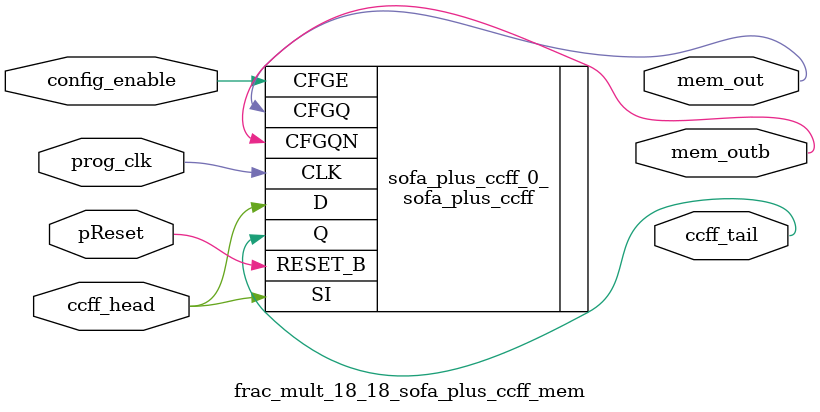
<source format=v>
`timescale 1ns / 1ps


// ----- Verilog module for mux_tree_tapbuf_size16_mem -----
module mux_tree_tapbuf_size16_mem(config_enable,
                                  pReset,
                                  prog_clk,
                                  ccff_head,
                                  ccff_tail,
                                  mem_out,
                                  mem_outb);
//----- GLOBAL PORTS -----
input [0:0] config_enable;
//----- GLOBAL PORTS -----
input [0:0] pReset;
//----- GLOBAL PORTS -----
input [0:0] prog_clk;
//----- INPUT PORTS -----
input [0:0] ccff_head;
//----- OUTPUT PORTS -----
output [0:0] ccff_tail;
//----- OUTPUT PORTS -----
output [0:4] mem_out;
//----- OUTPUT PORTS -----
output [0:4] mem_outb;

//----- BEGIN wire-connection ports -----
//----- END wire-connection ports -----


//----- BEGIN Registered ports -----
//----- END Registered ports -----


wire [0:0] sofa_plus_ccff_0_Q;
wire [0:0] sofa_plus_ccff_1_Q;
wire [0:0] sofa_plus_ccff_2_Q;
wire [0:0] sofa_plus_ccff_3_Q;

// ----- BEGIN Local short connections -----
// ----- END Local short connections -----
// ----- BEGIN Local output short connections -----
// ----- END Local output short connections -----

	sofa_plus_ccff sofa_plus_ccff_0_ (
		.CFGE(config_enable),
		.RESET_B(pReset),
		.CLK(prog_clk),
		.D(ccff_head),
		.SI(ccff_head),
		.Q(sofa_plus_ccff_0_Q),
		.CFGQN(mem_outb[0]),
		.CFGQ(mem_out[0]));

	sofa_plus_ccff sofa_plus_ccff_1_ (
		.CFGE(config_enable),
		.RESET_B(pReset),
		.CLK(prog_clk),
		.D(sofa_plus_ccff_0_Q),
		.SI(sofa_plus_ccff_0_Q),
		.Q(sofa_plus_ccff_1_Q),
		.CFGQN(mem_outb[1]),
		.CFGQ(mem_out[1]));

	sofa_plus_ccff sofa_plus_ccff_2_ (
		.CFGE(config_enable),
		.RESET_B(pReset),
		.CLK(prog_clk),
		.D(sofa_plus_ccff_1_Q),
		.SI(sofa_plus_ccff_1_Q),
		.Q(sofa_plus_ccff_2_Q),
		.CFGQN(mem_outb[2]),
		.CFGQ(mem_out[2]));

	sofa_plus_ccff sofa_plus_ccff_3_ (
		.CFGE(config_enable),
		.RESET_B(pReset),
		.CLK(prog_clk),
		.D(sofa_plus_ccff_2_Q),
		.SI(sofa_plus_ccff_2_Q),
		.Q(sofa_plus_ccff_3_Q),
		.CFGQN(mem_outb[3]),
		.CFGQ(mem_out[3]));

	sofa_plus_ccff sofa_plus_ccff_4_ (
		.CFGE(config_enable),
		.RESET_B(pReset),
		.CLK(prog_clk),
		.D(sofa_plus_ccff_3_Q),
		.SI(sofa_plus_ccff_3_Q),
		.Q(ccff_tail),
		.CFGQN(mem_outb[4]),
		.CFGQ(mem_out[4]));

endmodule
// ----- END Verilog module for mux_tree_tapbuf_size16_mem -----

//----- Default net type -----
// `default_nettype none




//----- Default net type -----
// `default_nettype none

// ----- Verilog module for mux_tree_tapbuf_size3_mem -----
module mux_tree_tapbuf_size3_mem(config_enable,
                                 pReset,
                                 prog_clk,
                                 ccff_head,
                                 ccff_tail,
                                 mem_out,
                                 mem_outb);
//----- GLOBAL PORTS -----
input [0:0] config_enable;
//----- GLOBAL PORTS -----
input [0:0] pReset;
//----- GLOBAL PORTS -----
input [0:0] prog_clk;
//----- INPUT PORTS -----
input [0:0] ccff_head;
//----- OUTPUT PORTS -----
output [0:0] ccff_tail;
//----- OUTPUT PORTS -----
output [0:1] mem_out;
//----- OUTPUT PORTS -----
output [0:1] mem_outb;

//----- BEGIN wire-connection ports -----
//----- END wire-connection ports -----


//----- BEGIN Registered ports -----
//----- END Registered ports -----


wire [0:0] sofa_plus_ccff_0_Q;

// ----- BEGIN Local short connections -----
// ----- END Local short connections -----
// ----- BEGIN Local output short connections -----
// ----- END Local output short connections -----

	sofa_plus_ccff sofa_plus_ccff_0_ (
		.CFGE(config_enable),
		.RESET_B(pReset),
		.CLK(prog_clk),
		.D(ccff_head),
		.SI(ccff_head),
		.Q(sofa_plus_ccff_0_Q),
		.CFGQN(mem_outb[0]),
		.CFGQ(mem_out[0]));

	sofa_plus_ccff sofa_plus_ccff_1_ (
		.CFGE(config_enable),
		.RESET_B(pReset),
		.CLK(prog_clk),
		.D(sofa_plus_ccff_0_Q),
		.SI(sofa_plus_ccff_0_Q),
		.Q(ccff_tail),
		.CFGQN(mem_outb[1]),
		.CFGQ(mem_out[1]));

endmodule
// ----- END Verilog module for mux_tree_tapbuf_size3_mem -----

//----- Default net type -----
// `default_nettype none




//----- Default net type -----
// `default_nettype none

// ----- Verilog module for mux_tree_tapbuf_size7_mem -----
module mux_tree_tapbuf_size7_mem(config_enable,
                                 pReset,
                                 prog_clk,
                                 ccff_head,
                                 ccff_tail,
                                 mem_out,
                                 mem_outb);
//----- GLOBAL PORTS -----
input [0:0] config_enable;
//----- GLOBAL PORTS -----
input [0:0] pReset;
//----- GLOBAL PORTS -----
input [0:0] prog_clk;
//----- INPUT PORTS -----
input [0:0] ccff_head;
//----- OUTPUT PORTS -----
output [0:0] ccff_tail;
//----- OUTPUT PORTS -----
output [0:2] mem_out;
//----- OUTPUT PORTS -----
output [0:2] mem_outb;

//----- BEGIN wire-connection ports -----
//----- END wire-connection ports -----


//----- BEGIN Registered ports -----
//----- END Registered ports -----


wire [0:0] sofa_plus_ccff_0_Q;
wire [0:0] sofa_plus_ccff_1_Q;

// ----- BEGIN Local short connections -----
// ----- END Local short connections -----
// ----- BEGIN Local output short connections -----
// ----- END Local output short connections -----

	sofa_plus_ccff sofa_plus_ccff_0_ (
		.CFGE(config_enable),
		.RESET_B(pReset),
		.CLK(prog_clk),
		.D(ccff_head),
		.SI(ccff_head),
		.Q(sofa_plus_ccff_0_Q),
		.CFGQN(mem_outb[0]),
		.CFGQ(mem_out[0]));

	sofa_plus_ccff sofa_plus_ccff_1_ (
		.CFGE(config_enable),
		.RESET_B(pReset),
		.CLK(prog_clk),
		.D(sofa_plus_ccff_0_Q),
		.SI(sofa_plus_ccff_0_Q),
		.Q(sofa_plus_ccff_1_Q),
		.CFGQN(mem_outb[1]),
		.CFGQ(mem_out[1]));

	sofa_plus_ccff sofa_plus_ccff_2_ (
		.CFGE(config_enable),
		.RESET_B(pReset),
		.CLK(prog_clk),
		.D(sofa_plus_ccff_1_Q),
		.SI(sofa_plus_ccff_1_Q),
		.Q(ccff_tail),
		.CFGQN(mem_outb[2]),
		.CFGQ(mem_out[2]));

endmodule
// ----- END Verilog module for mux_tree_tapbuf_size7_mem -----

//----- Default net type -----
// `default_nettype none




//----- Default net type -----
// `default_nettype none

// ----- Verilog module for mux_tree_tapbuf_size6_mem -----
module mux_tree_tapbuf_size6_mem(config_enable,
                                 pReset,
                                 prog_clk,
                                 ccff_head,
                                 ccff_tail,
                                 mem_out,
                                 mem_outb);
//----- GLOBAL PORTS -----
input [0:0] config_enable;
//----- GLOBAL PORTS -----
input [0:0] pReset;
//----- GLOBAL PORTS -----
input [0:0] prog_clk;
//----- INPUT PORTS -----
input [0:0] ccff_head;
//----- OUTPUT PORTS -----
output [0:0] ccff_tail;
//----- OUTPUT PORTS -----
output [0:2] mem_out;
//----- OUTPUT PORTS -----
output [0:2] mem_outb;

//----- BEGIN wire-connection ports -----
//----- END wire-connection ports -----


//----- BEGIN Registered ports -----
//----- END Registered ports -----


wire [0:0] sofa_plus_ccff_0_Q;
wire [0:0] sofa_plus_ccff_1_Q;

// ----- BEGIN Local short connections -----
// ----- END Local short connections -----
// ----- BEGIN Local output short connections -----
// ----- END Local output short connections -----

	sofa_plus_ccff sofa_plus_ccff_0_ (
		.CFGE(config_enable),
		.RESET_B(pReset),
		.CLK(prog_clk),
		.D(ccff_head),
		.SI(ccff_head),
		.Q(sofa_plus_ccff_0_Q),
		.CFGQN(mem_outb[0]),
		.CFGQ(mem_out[0]));

	sofa_plus_ccff sofa_plus_ccff_1_ (
		.CFGE(config_enable),
		.RESET_B(pReset),
		.CLK(prog_clk),
		.D(sofa_plus_ccff_0_Q),
		.SI(sofa_plus_ccff_0_Q),
		.Q(sofa_plus_ccff_1_Q),
		.CFGQN(mem_outb[1]),
		.CFGQ(mem_out[1]));

	sofa_plus_ccff sofa_plus_ccff_2_ (
		.CFGE(config_enable),
		.RESET_B(pReset),
		.CLK(prog_clk),
		.D(sofa_plus_ccff_1_Q),
		.SI(sofa_plus_ccff_1_Q),
		.Q(ccff_tail),
		.CFGQN(mem_outb[2]),
		.CFGQ(mem_out[2]));

endmodule
// ----- END Verilog module for mux_tree_tapbuf_size6_mem -----

//----- Default net type -----
// `default_nettype none




//----- Default net type -----
// `default_nettype none

// ----- Verilog module for mux_tree_tapbuf_size2_mem -----
module mux_tree_tapbuf_size2_mem(config_enable,
                                 pReset,
                                 prog_clk,
                                 ccff_head,
                                 ccff_tail,
                                 mem_out,
                                 mem_outb);
//----- GLOBAL PORTS -----
input [0:0] config_enable;
//----- GLOBAL PORTS -----
input [0:0] pReset;
//----- GLOBAL PORTS -----
input [0:0] prog_clk;
//----- INPUT PORTS -----
input [0:0] ccff_head;
//----- OUTPUT PORTS -----
output [0:0] ccff_tail;
//----- OUTPUT PORTS -----
output [0:1] mem_out;
//----- OUTPUT PORTS -----
output [0:1] mem_outb;

//----- BEGIN wire-connection ports -----
//----- END wire-connection ports -----


//----- BEGIN Registered ports -----
//----- END Registered ports -----


wire [0:0] sofa_plus_ccff_0_Q;

// ----- BEGIN Local short connections -----
// ----- END Local short connections -----
// ----- BEGIN Local output short connections -----
// ----- END Local output short connections -----

	sofa_plus_ccff sofa_plus_ccff_0_ (
		.CFGE(config_enable),
		.RESET_B(pReset),
		.CLK(prog_clk),
		.D(ccff_head),
		.SI(ccff_head),
		.Q(sofa_plus_ccff_0_Q),
		.CFGQN(mem_outb[0]),
		.CFGQ(mem_out[0]));

	sofa_plus_ccff sofa_plus_ccff_1_ (
		.CFGE(config_enable),
		.RESET_B(pReset),
		.CLK(prog_clk),
		.D(sofa_plus_ccff_0_Q),
		.SI(sofa_plus_ccff_0_Q),
		.Q(ccff_tail),
		.CFGQN(mem_outb[1]),
		.CFGQ(mem_out[1]));

endmodule
// ----- END Verilog module for mux_tree_tapbuf_size2_mem -----

//----- Default net type -----
// `default_nettype none




//----- Default net type -----
// `default_nettype none

// ----- Verilog module for mux_tree_tapbuf_size5_mem -----
module mux_tree_tapbuf_size5_mem(config_enable,
                                 pReset,
                                 prog_clk,
                                 ccff_head,
                                 ccff_tail,
                                 mem_out,
                                 mem_outb);
//----- GLOBAL PORTS -----
input [0:0] config_enable;
//----- GLOBAL PORTS -----
input [0:0] pReset;
//----- GLOBAL PORTS -----
input [0:0] prog_clk;
//----- INPUT PORTS -----
input [0:0] ccff_head;
//----- OUTPUT PORTS -----
output [0:0] ccff_tail;
//----- OUTPUT PORTS -----
output [0:2] mem_out;
//----- OUTPUT PORTS -----
output [0:2] mem_outb;

//----- BEGIN wire-connection ports -----
//----- END wire-connection ports -----


//----- BEGIN Registered ports -----
//----- END Registered ports -----


wire [0:0] sofa_plus_ccff_0_Q;
wire [0:0] sofa_plus_ccff_1_Q;

// ----- BEGIN Local short connections -----
// ----- END Local short connections -----
// ----- BEGIN Local output short connections -----
// ----- END Local output short connections -----

	sofa_plus_ccff sofa_plus_ccff_0_ (
		.CFGE(config_enable),
		.RESET_B(pReset),
		.CLK(prog_clk),
		.D(ccff_head),
		.SI(ccff_head),
		.Q(sofa_plus_ccff_0_Q),
		.CFGQN(mem_outb[0]),
		.CFGQ(mem_out[0]));

	sofa_plus_ccff sofa_plus_ccff_1_ (
		.CFGE(config_enable),
		.RESET_B(pReset),
		.CLK(prog_clk),
		.D(sofa_plus_ccff_0_Q),
		.SI(sofa_plus_ccff_0_Q),
		.Q(sofa_plus_ccff_1_Q),
		.CFGQN(mem_outb[1]),
		.CFGQ(mem_out[1]));

	sofa_plus_ccff sofa_plus_ccff_2_ (
		.CFGE(config_enable),
		.RESET_B(pReset),
		.CLK(prog_clk),
		.D(sofa_plus_ccff_1_Q),
		.SI(sofa_plus_ccff_1_Q),
		.Q(ccff_tail),
		.CFGQN(mem_outb[2]),
		.CFGQ(mem_out[2]));

endmodule
// ----- END Verilog module for mux_tree_tapbuf_size5_mem -----

//----- Default net type -----
// `default_nettype none




//----- Default net type -----
// `default_nettype none

// ----- Verilog module for mux_tree_tapbuf_size8_mem -----
module mux_tree_tapbuf_size8_mem(config_enable,
                                 pReset,
                                 prog_clk,
                                 ccff_head,
                                 ccff_tail,
                                 mem_out,
                                 mem_outb);
//----- GLOBAL PORTS -----
input [0:0] config_enable;
//----- GLOBAL PORTS -----
input [0:0] pReset;
//----- GLOBAL PORTS -----
input [0:0] prog_clk;
//----- INPUT PORTS -----
input [0:0] ccff_head;
//----- OUTPUT PORTS -----
output [0:0] ccff_tail;
//----- OUTPUT PORTS -----
output [0:3] mem_out;
//----- OUTPUT PORTS -----
output [0:3] mem_outb;

//----- BEGIN wire-connection ports -----
//----- END wire-connection ports -----


//----- BEGIN Registered ports -----
//----- END Registered ports -----


wire [0:0] sofa_plus_ccff_0_Q;
wire [0:0] sofa_plus_ccff_1_Q;
wire [0:0] sofa_plus_ccff_2_Q;

// ----- BEGIN Local short connections -----
// ----- END Local short connections -----
// ----- BEGIN Local output short connections -----
// ----- END Local output short connections -----

	sofa_plus_ccff sofa_plus_ccff_0_ (
		.CFGE(config_enable),
		.RESET_B(pReset),
		.CLK(prog_clk),
		.D(ccff_head),
		.SI(ccff_head),
		.Q(sofa_plus_ccff_0_Q),
		.CFGQN(mem_outb[0]),
		.CFGQ(mem_out[0]));

	sofa_plus_ccff sofa_plus_ccff_1_ (
		.CFGE(config_enable),
		.RESET_B(pReset),
		.CLK(prog_clk),
		.D(sofa_plus_ccff_0_Q),
		.SI(sofa_plus_ccff_0_Q),
		.Q(sofa_plus_ccff_1_Q),
		.CFGQN(mem_outb[1]),
		.CFGQ(mem_out[1]));

	sofa_plus_ccff sofa_plus_ccff_2_ (
		.CFGE(config_enable),
		.RESET_B(pReset),
		.CLK(prog_clk),
		.D(sofa_plus_ccff_1_Q),
		.SI(sofa_plus_ccff_1_Q),
		.Q(sofa_plus_ccff_2_Q),
		.CFGQN(mem_outb[2]),
		.CFGQ(mem_out[2]));

	sofa_plus_ccff sofa_plus_ccff_3_ (
		.CFGE(config_enable),
		.RESET_B(pReset),
		.CLK(prog_clk),
		.D(sofa_plus_ccff_2_Q),
		.SI(sofa_plus_ccff_2_Q),
		.Q(ccff_tail),
		.CFGQN(mem_outb[3]),
		.CFGQ(mem_out[3]));

endmodule
// ----- END Verilog module for mux_tree_tapbuf_size8_mem -----

//----- Default net type -----
// `default_nettype none




//----- Default net type -----
// `default_nettype none

// ----- Verilog module for mux_tree_tapbuf_size4_mem -----
module mux_tree_tapbuf_size4_mem(config_enable,
                                 pReset,
                                 prog_clk,
                                 ccff_head,
                                 ccff_tail,
                                 mem_out,
                                 mem_outb);
//----- GLOBAL PORTS -----
input [0:0] config_enable;
//----- GLOBAL PORTS -----
input [0:0] pReset;
//----- GLOBAL PORTS -----
input [0:0] prog_clk;
//----- INPUT PORTS -----
input [0:0] ccff_head;
//----- OUTPUT PORTS -----
output [0:0] ccff_tail;
//----- OUTPUT PORTS -----
output [0:2] mem_out;
//----- OUTPUT PORTS -----
output [0:2] mem_outb;

//----- BEGIN wire-connection ports -----
//----- END wire-connection ports -----


//----- BEGIN Registered ports -----
//----- END Registered ports -----


wire [0:0] sofa_plus_ccff_0_Q;
wire [0:0] sofa_plus_ccff_1_Q;

// ----- BEGIN Local short connections -----
// ----- END Local short connections -----
// ----- BEGIN Local output short connections -----
// ----- END Local output short connections -----

	sofa_plus_ccff sofa_plus_ccff_0_ (
		.CFGE(config_enable),
		.RESET_B(pReset),
		.CLK(prog_clk),
		.D(ccff_head),
		.SI(ccff_head),
		.Q(sofa_plus_ccff_0_Q),
		.CFGQN(mem_outb[0]),
		.CFGQ(mem_out[0]));

	sofa_plus_ccff sofa_plus_ccff_1_ (
		.CFGE(config_enable),
		.RESET_B(pReset),
		.CLK(prog_clk),
		.D(sofa_plus_ccff_0_Q),
		.SI(sofa_plus_ccff_0_Q),
		.Q(sofa_plus_ccff_1_Q),
		.CFGQN(mem_outb[1]),
		.CFGQ(mem_out[1]));

	sofa_plus_ccff sofa_plus_ccff_2_ (
		.CFGE(config_enable),
		.RESET_B(pReset),
		.CLK(prog_clk),
		.D(sofa_plus_ccff_1_Q),
		.SI(sofa_plus_ccff_1_Q),
		.Q(ccff_tail),
		.CFGQN(mem_outb[2]),
		.CFGQ(mem_out[2]));

endmodule
// ----- END Verilog module for mux_tree_tapbuf_size4_mem -----

//----- Default net type -----
// `default_nettype none




//----- Default net type -----
// `default_nettype none

// ----- Verilog module for mux_tree_tapbuf_size13_mem -----
module mux_tree_tapbuf_size13_mem(config_enable,
                                  pReset,
                                  prog_clk,
                                  ccff_head,
                                  ccff_tail,
                                  mem_out,
                                  mem_outb);
//----- GLOBAL PORTS -----
input [0:0] config_enable;
//----- GLOBAL PORTS -----
input [0:0] pReset;
//----- GLOBAL PORTS -----
input [0:0] prog_clk;
//----- INPUT PORTS -----
input [0:0] ccff_head;
//----- OUTPUT PORTS -----
output [0:0] ccff_tail;
//----- OUTPUT PORTS -----
output [0:3] mem_out;
//----- OUTPUT PORTS -----
output [0:3] mem_outb;

//----- BEGIN wire-connection ports -----
//----- END wire-connection ports -----


//----- BEGIN Registered ports -----
//----- END Registered ports -----


wire [0:0] sofa_plus_ccff_0_Q;
wire [0:0] sofa_plus_ccff_1_Q;
wire [0:0] sofa_plus_ccff_2_Q;

// ----- BEGIN Local short connections -----
// ----- END Local short connections -----
// ----- BEGIN Local output short connections -----
// ----- END Local output short connections -----

	sofa_plus_ccff sofa_plus_ccff_0_ (
		.CFGE(config_enable),
		.RESET_B(pReset),
		.CLK(prog_clk),
		.D(ccff_head),
		.SI(ccff_head),
		.Q(sofa_plus_ccff_0_Q),
		.CFGQN(mem_outb[0]),
		.CFGQ(mem_out[0]));

	sofa_plus_ccff sofa_plus_ccff_1_ (
		.CFGE(config_enable),
		.RESET_B(pReset),
		.CLK(prog_clk),
		.D(sofa_plus_ccff_0_Q),
		.SI(sofa_plus_ccff_0_Q),
		.Q(sofa_plus_ccff_1_Q),
		.CFGQN(mem_outb[1]),
		.CFGQ(mem_out[1]));

	sofa_plus_ccff sofa_plus_ccff_2_ (
		.CFGE(config_enable),
		.RESET_B(pReset),
		.CLK(prog_clk),
		.D(sofa_plus_ccff_1_Q),
		.SI(sofa_plus_ccff_1_Q),
		.Q(sofa_plus_ccff_2_Q),
		.CFGQN(mem_outb[2]),
		.CFGQ(mem_out[2]));

	sofa_plus_ccff sofa_plus_ccff_3_ (
		.CFGE(config_enable),
		.RESET_B(pReset),
		.CLK(prog_clk),
		.D(sofa_plus_ccff_2_Q),
		.SI(sofa_plus_ccff_2_Q),
		.Q(ccff_tail),
		.CFGQN(mem_outb[3]),
		.CFGQ(mem_out[3]));

endmodule
// ----- END Verilog module for mux_tree_tapbuf_size13_mem -----

//----- Default net type -----
// `default_nettype none




//----- Default net type -----
// `default_nettype none

// ----- Verilog module for mux_tree_tapbuf_size14_mem -----
module mux_tree_tapbuf_size14_mem(config_enable,
                                  pReset,
                                  prog_clk,
                                  ccff_head,
                                  ccff_tail,
                                  mem_out,
                                  mem_outb);
//----- GLOBAL PORTS -----
input [0:0] config_enable;
//----- GLOBAL PORTS -----
input [0:0] pReset;
//----- GLOBAL PORTS -----
input [0:0] prog_clk;
//----- INPUT PORTS -----
input [0:0] ccff_head;
//----- OUTPUT PORTS -----
output [0:0] ccff_tail;
//----- OUTPUT PORTS -----
output [0:3] mem_out;
//----- OUTPUT PORTS -----
output [0:3] mem_outb;

//----- BEGIN wire-connection ports -----
//----- END wire-connection ports -----


//----- BEGIN Registered ports -----
//----- END Registered ports -----


wire [0:0] sofa_plus_ccff_0_Q;
wire [0:0] sofa_plus_ccff_1_Q;
wire [0:0] sofa_plus_ccff_2_Q;

// ----- BEGIN Local short connections -----
// ----- END Local short connections -----
// ----- BEGIN Local output short connections -----
// ----- END Local output short connections -----

	sofa_plus_ccff sofa_plus_ccff_0_ (
		.CFGE(config_enable),
		.RESET_B(pReset),
		.CLK(prog_clk),
		.D(ccff_head),
		.SI(ccff_head),
		.Q(sofa_plus_ccff_0_Q),
		.CFGQN(mem_outb[0]),
		.CFGQ(mem_out[0]));

	sofa_plus_ccff sofa_plus_ccff_1_ (
		.CFGE(config_enable),
		.RESET_B(pReset),
		.CLK(prog_clk),
		.D(sofa_plus_ccff_0_Q),
		.SI(sofa_plus_ccff_0_Q),
		.Q(sofa_plus_ccff_1_Q),
		.CFGQN(mem_outb[1]),
		.CFGQ(mem_out[1]));

	sofa_plus_ccff sofa_plus_ccff_2_ (
		.CFGE(config_enable),
		.RESET_B(pReset),
		.CLK(prog_clk),
		.D(sofa_plus_ccff_1_Q),
		.SI(sofa_plus_ccff_1_Q),
		.Q(sofa_plus_ccff_2_Q),
		.CFGQN(mem_outb[2]),
		.CFGQ(mem_out[2]));

	sofa_plus_ccff sofa_plus_ccff_3_ (
		.CFGE(config_enable),
		.RESET_B(pReset),
		.CLK(prog_clk),
		.D(sofa_plus_ccff_2_Q),
		.SI(sofa_plus_ccff_2_Q),
		.Q(ccff_tail),
		.CFGQN(mem_outb[3]),
		.CFGQ(mem_out[3]));

endmodule
// ----- END Verilog module for mux_tree_tapbuf_size14_mem -----

//----- Default net type -----
// `default_nettype none




//----- Default net type -----
// `default_nettype none

// ----- Verilog module for mux_tree_tapbuf_size12_mem -----
module mux_tree_tapbuf_size12_mem(config_enable,
                                  pReset,
                                  prog_clk,
                                  ccff_head,
                                  ccff_tail,
                                  mem_out,
                                  mem_outb);
//----- GLOBAL PORTS -----
input [0:0] config_enable;
//----- GLOBAL PORTS -----
input [0:0] pReset;
//----- GLOBAL PORTS -----
input [0:0] prog_clk;
//----- INPUT PORTS -----
input [0:0] ccff_head;
//----- OUTPUT PORTS -----
output [0:0] ccff_tail;
//----- OUTPUT PORTS -----
output [0:3] mem_out;
//----- OUTPUT PORTS -----
output [0:3] mem_outb;

//----- BEGIN wire-connection ports -----
//----- END wire-connection ports -----


//----- BEGIN Registered ports -----
//----- END Registered ports -----


wire [0:0] sofa_plus_ccff_0_Q;
wire [0:0] sofa_plus_ccff_1_Q;
wire [0:0] sofa_plus_ccff_2_Q;

// ----- BEGIN Local short connections -----
// ----- END Local short connections -----
// ----- BEGIN Local output short connections -----
// ----- END Local output short connections -----

	sofa_plus_ccff sofa_plus_ccff_0_ (
		.CFGE(config_enable),
		.RESET_B(pReset),
		.CLK(prog_clk),
		.D(ccff_head),
		.SI(ccff_head),
		.Q(sofa_plus_ccff_0_Q),
		.CFGQN(mem_outb[0]),
		.CFGQ(mem_out[0]));

	sofa_plus_ccff sofa_plus_ccff_1_ (
		.CFGE(config_enable),
		.RESET_B(pReset),
		.CLK(prog_clk),
		.D(sofa_plus_ccff_0_Q),
		.SI(sofa_plus_ccff_0_Q),
		.Q(sofa_plus_ccff_1_Q),
		.CFGQN(mem_outb[1]),
		.CFGQ(mem_out[1]));

	sofa_plus_ccff sofa_plus_ccff_2_ (
		.CFGE(config_enable),
		.RESET_B(pReset),
		.CLK(prog_clk),
		.D(sofa_plus_ccff_1_Q),
		.SI(sofa_plus_ccff_1_Q),
		.Q(sofa_plus_ccff_2_Q),
		.CFGQN(mem_outb[2]),
		.CFGQ(mem_out[2]));

	sofa_plus_ccff sofa_plus_ccff_3_ (
		.CFGE(config_enable),
		.RESET_B(pReset),
		.CLK(prog_clk),
		.D(sofa_plus_ccff_2_Q),
		.SI(sofa_plus_ccff_2_Q),
		.Q(ccff_tail),
		.CFGQN(mem_outb[3]),
		.CFGQ(mem_out[3]));

endmodule
// ----- END Verilog module for mux_tree_tapbuf_size12_mem -----

//----- Default net type -----
// `default_nettype none




//----- Default net type -----
// `default_nettype none

// ----- Verilog module for mux_tree_tapbuf_size9_mem -----
module mux_tree_tapbuf_size9_mem(config_enable,
                                 pReset,
                                 prog_clk,
                                 ccff_head,
                                 ccff_tail,
                                 mem_out,
                                 mem_outb);
//----- GLOBAL PORTS -----
input [0:0] config_enable;
//----- GLOBAL PORTS -----
input [0:0] pReset;
//----- GLOBAL PORTS -----
input [0:0] prog_clk;
//----- INPUT PORTS -----
input [0:0] ccff_head;
//----- OUTPUT PORTS -----
output [0:0] ccff_tail;
//----- OUTPUT PORTS -----
output [0:3] mem_out;
//----- OUTPUT PORTS -----
output [0:3] mem_outb;

//----- BEGIN wire-connection ports -----
//----- END wire-connection ports -----


//----- BEGIN Registered ports -----
//----- END Registered ports -----


wire [0:0] sofa_plus_ccff_0_Q;
wire [0:0] sofa_plus_ccff_1_Q;
wire [0:0] sofa_plus_ccff_2_Q;

// ----- BEGIN Local short connections -----
// ----- END Local short connections -----
// ----- BEGIN Local output short connections -----
// ----- END Local output short connections -----

	sofa_plus_ccff sofa_plus_ccff_0_ (
		.CFGE(config_enable),
		.RESET_B(pReset),
		.CLK(prog_clk),
		.D(ccff_head),
		.SI(ccff_head),
		.Q(sofa_plus_ccff_0_Q),
		.CFGQN(mem_outb[0]),
		.CFGQ(mem_out[0]));

	sofa_plus_ccff sofa_plus_ccff_1_ (
		.CFGE(config_enable),
		.RESET_B(pReset),
		.CLK(prog_clk),
		.D(sofa_plus_ccff_0_Q),
		.SI(sofa_plus_ccff_0_Q),
		.Q(sofa_plus_ccff_1_Q),
		.CFGQN(mem_outb[1]),
		.CFGQ(mem_out[1]));

	sofa_plus_ccff sofa_plus_ccff_2_ (
		.CFGE(config_enable),
		.RESET_B(pReset),
		.CLK(prog_clk),
		.D(sofa_plus_ccff_1_Q),
		.SI(sofa_plus_ccff_1_Q),
		.Q(sofa_plus_ccff_2_Q),
		.CFGQN(mem_outb[2]),
		.CFGQ(mem_out[2]));

	sofa_plus_ccff sofa_plus_ccff_3_ (
		.CFGE(config_enable),
		.RESET_B(pReset),
		.CLK(prog_clk),
		.D(sofa_plus_ccff_2_Q),
		.SI(sofa_plus_ccff_2_Q),
		.Q(ccff_tail),
		.CFGQN(mem_outb[3]),
		.CFGQ(mem_out[3]));

endmodule
// ----- END Verilog module for mux_tree_tapbuf_size9_mem -----

//----- Default net type -----
// `default_nettype none




//----- Default net type -----
// `default_nettype none

// ----- Verilog module for mux_tree_tapbuf_size10_mem -----
module mux_tree_tapbuf_size10_mem(config_enable,
                                  pReset,
                                  prog_clk,
                                  ccff_head,
                                  ccff_tail,
                                  mem_out,
                                  mem_outb);
//----- GLOBAL PORTS -----
input [0:0] config_enable;
//----- GLOBAL PORTS -----
input [0:0] pReset;
//----- GLOBAL PORTS -----
input [0:0] prog_clk;
//----- INPUT PORTS -----
input [0:0] ccff_head;
//----- OUTPUT PORTS -----
output [0:0] ccff_tail;
//----- OUTPUT PORTS -----
output [0:3] mem_out;
//----- OUTPUT PORTS -----
output [0:3] mem_outb;

//----- BEGIN wire-connection ports -----
//----- END wire-connection ports -----


//----- BEGIN Registered ports -----
//----- END Registered ports -----


wire [0:0] sofa_plus_ccff_0_Q;
wire [0:0] sofa_plus_ccff_1_Q;
wire [0:0] sofa_plus_ccff_2_Q;

// ----- BEGIN Local short connections -----
// ----- END Local short connections -----
// ----- BEGIN Local output short connections -----
// ----- END Local output short connections -----

	sofa_plus_ccff sofa_plus_ccff_0_ (
		.CFGE(config_enable),
		.RESET_B(pReset),
		.CLK(prog_clk),
		.D(ccff_head),
		.SI(ccff_head),
		.Q(sofa_plus_ccff_0_Q),
		.CFGQN(mem_outb[0]),
		.CFGQ(mem_out[0]));

	sofa_plus_ccff sofa_plus_ccff_1_ (
		.CFGE(config_enable),
		.RESET_B(pReset),
		.CLK(prog_clk),
		.D(sofa_plus_ccff_0_Q),
		.SI(sofa_plus_ccff_0_Q),
		.Q(sofa_plus_ccff_1_Q),
		.CFGQN(mem_outb[1]),
		.CFGQ(mem_out[1]));

	sofa_plus_ccff sofa_plus_ccff_2_ (
		.CFGE(config_enable),
		.RESET_B(pReset),
		.CLK(prog_clk),
		.D(sofa_plus_ccff_1_Q),
		.SI(sofa_plus_ccff_1_Q),
		.Q(sofa_plus_ccff_2_Q),
		.CFGQN(mem_outb[2]),
		.CFGQ(mem_out[2]));

	sofa_plus_ccff sofa_plus_ccff_3_ (
		.CFGE(config_enable),
		.RESET_B(pReset),
		.CLK(prog_clk),
		.D(sofa_plus_ccff_2_Q),
		.SI(sofa_plus_ccff_2_Q),
		.Q(ccff_tail),
		.CFGQN(mem_outb[3]),
		.CFGQ(mem_out[3]));

endmodule
// ----- END Verilog module for mux_tree_tapbuf_size10_mem -----

//----- Default net type -----
// `default_nettype none




//----- Default net type -----
// `default_nettype none

// ----- Verilog module for mux_tree_size26_mem -----
module mux_tree_size26_mem(config_enable,
                           pReset,
                           prog_clk,
                           ccff_head,
                           ccff_tail,
                           mem_out,
                           mem_outb);
//----- GLOBAL PORTS -----
input [0:0] config_enable;
//----- GLOBAL PORTS -----
input [0:0] pReset;
//----- GLOBAL PORTS -----
input [0:0] prog_clk;
//----- INPUT PORTS -----
input [0:0] ccff_head;
//----- OUTPUT PORTS -----
output [0:0] ccff_tail;
//----- OUTPUT PORTS -----
output [0:4] mem_out;
//----- OUTPUT PORTS -----
output [0:4] mem_outb;

//----- BEGIN wire-connection ports -----
//----- END wire-connection ports -----


//----- BEGIN Registered ports -----
//----- END Registered ports -----


wire [0:0] sofa_plus_ccff_0_Q;
wire [0:0] sofa_plus_ccff_1_Q;
wire [0:0] sofa_plus_ccff_2_Q;
wire [0:0] sofa_plus_ccff_3_Q;

// ----- BEGIN Local short connections -----
// ----- END Local short connections -----
// ----- BEGIN Local output short connections -----
// ----- END Local output short connections -----

	sofa_plus_ccff sofa_plus_ccff_0_ (
		.CFGE(config_enable),
		.RESET_B(pReset),
		.CLK(prog_clk),
		.D(ccff_head),
		.SI(ccff_head),
		.Q(sofa_plus_ccff_0_Q),
		.CFGQN(mem_outb[0]),
		.CFGQ(mem_out[0]));

	sofa_plus_ccff sofa_plus_ccff_1_ (
		.CFGE(config_enable),
		.RESET_B(pReset),
		.CLK(prog_clk),
		.D(sofa_plus_ccff_0_Q),
		.SI(sofa_plus_ccff_0_Q),
		.Q(sofa_plus_ccff_1_Q),
		.CFGQN(mem_outb[1]),
		.CFGQ(mem_out[1]));

	sofa_plus_ccff sofa_plus_ccff_2_ (
		.CFGE(config_enable),
		.RESET_B(pReset),
		.CLK(prog_clk),
		.D(sofa_plus_ccff_1_Q),
		.SI(sofa_plus_ccff_1_Q),
		.Q(sofa_plus_ccff_2_Q),
		.CFGQN(mem_outb[2]),
		.CFGQ(mem_out[2]));

	sofa_plus_ccff sofa_plus_ccff_3_ (
		.CFGE(config_enable),
		.RESET_B(pReset),
		.CLK(prog_clk),
		.D(sofa_plus_ccff_2_Q),
		.SI(sofa_plus_ccff_2_Q),
		.Q(sofa_plus_ccff_3_Q),
		.CFGQN(mem_outb[3]),
		.CFGQ(mem_out[3]));

	sofa_plus_ccff sofa_plus_ccff_4_ (
		.CFGE(config_enable),
		.RESET_B(pReset),
		.CLK(prog_clk),
		.D(sofa_plus_ccff_3_Q),
		.SI(sofa_plus_ccff_3_Q),
		.Q(ccff_tail),
		.CFGQN(mem_outb[4]),
		.CFGQ(mem_out[4]));

endmodule
// ----- END Verilog module for mux_tree_size26_mem -----

//----- Default net type -----
// `default_nettype none




//----- Default net type -----
// `default_nettype none

// ----- Verilog module for mux_tree_size2_mem -----
module mux_tree_size2_mem(config_enable,
                          pReset,
                          prog_clk,
                          ccff_head,
                          ccff_tail,
                          mem_out,
                          mem_outb);
//----- GLOBAL PORTS -----
input [0:0] config_enable;
//----- GLOBAL PORTS -----
input [0:0] pReset;
//----- GLOBAL PORTS -----
input [0:0] prog_clk;
//----- INPUT PORTS -----
input [0:0] ccff_head;
//----- OUTPUT PORTS -----
output [0:0] ccff_tail;
//----- OUTPUT PORTS -----
output [0:1] mem_out;
//----- OUTPUT PORTS -----
output [0:1] mem_outb;

//----- BEGIN wire-connection ports -----
//----- END wire-connection ports -----


//----- BEGIN Registered ports -----
//----- END Registered ports -----


wire [0:0] sofa_plus_ccff_0_Q;

// ----- BEGIN Local short connections -----
// ----- END Local short connections -----
// ----- BEGIN Local output short connections -----
// ----- END Local output short connections -----

	sofa_plus_ccff sofa_plus_ccff_0_ (
		.CFGE(config_enable),
		.RESET_B(pReset),
		.CLK(prog_clk),
		.D(ccff_head),
		.SI(ccff_head),
		.Q(sofa_plus_ccff_0_Q),
		.CFGQN(mem_outb[0]),
		.CFGQ(mem_out[0]));

	sofa_plus_ccff sofa_plus_ccff_1_ (
		.CFGE(config_enable),
		.RESET_B(pReset),
		.CLK(prog_clk),
		.D(sofa_plus_ccff_0_Q),
		.SI(sofa_plus_ccff_0_Q),
		.Q(ccff_tail),
		.CFGQN(mem_outb[1]),
		.CFGQ(mem_out[1]));

endmodule
// ----- END Verilog module for mux_tree_size2_mem -----

//----- Default net type -----
// `default_nettype none




//----- Default net type -----
// `default_nettype none

// ----- Verilog module for mux_tree_size18_mem -----
module mux_tree_size18_mem(config_enable,
                           pReset,
                           prog_clk,
                           ccff_head,
                           ccff_tail,
                           mem_out,
                           mem_outb);
//----- GLOBAL PORTS -----
input [0:0] config_enable;
//----- GLOBAL PORTS -----
input [0:0] pReset;
//----- GLOBAL PORTS -----
input [0:0] prog_clk;
//----- INPUT PORTS -----
input [0:0] ccff_head;
//----- OUTPUT PORTS -----
output [0:0] ccff_tail;
//----- OUTPUT PORTS -----
output [0:4] mem_out;
//----- OUTPUT PORTS -----
output [0:4] mem_outb;

//----- BEGIN wire-connection ports -----
//----- END wire-connection ports -----


//----- BEGIN Registered ports -----
//----- END Registered ports -----


wire [0:0] sofa_plus_ccff_0_Q;
wire [0:0] sofa_plus_ccff_1_Q;
wire [0:0] sofa_plus_ccff_2_Q;
wire [0:0] sofa_plus_ccff_3_Q;

// ----- BEGIN Local short connections -----
// ----- END Local short connections -----
// ----- BEGIN Local output short connections -----
// ----- END Local output short connections -----

	sofa_plus_ccff sofa_plus_ccff_0_ (
		.CFGE(config_enable),
		.RESET_B(pReset),
		.CLK(prog_clk),
		.D(ccff_head),
		.SI(ccff_head),
		.Q(sofa_plus_ccff_0_Q),
		.CFGQN(mem_outb[0]),
		.CFGQ(mem_out[0]));

	sofa_plus_ccff sofa_plus_ccff_1_ (
		.CFGE(config_enable),
		.RESET_B(pReset),
		.CLK(prog_clk),
		.D(sofa_plus_ccff_0_Q),
		.SI(sofa_plus_ccff_0_Q),
		.Q(sofa_plus_ccff_1_Q),
		.CFGQN(mem_outb[1]),
		.CFGQ(mem_out[1]));

	sofa_plus_ccff sofa_plus_ccff_2_ (
		.CFGE(config_enable),
		.RESET_B(pReset),
		.CLK(prog_clk),
		.D(sofa_plus_ccff_1_Q),
		.SI(sofa_plus_ccff_1_Q),
		.Q(sofa_plus_ccff_2_Q),
		.CFGQN(mem_outb[2]),
		.CFGQ(mem_out[2]));

	sofa_plus_ccff sofa_plus_ccff_3_ (
		.CFGE(config_enable),
		.RESET_B(pReset),
		.CLK(prog_clk),
		.D(sofa_plus_ccff_2_Q),
		.SI(sofa_plus_ccff_2_Q),
		.Q(sofa_plus_ccff_3_Q),
		.CFGQN(mem_outb[3]),
		.CFGQ(mem_out[3]));

	sofa_plus_ccff sofa_plus_ccff_4_ (
		.CFGE(config_enable),
		.RESET_B(pReset),
		.CLK(prog_clk),
		.D(sofa_plus_ccff_3_Q),
		.SI(sofa_plus_ccff_3_Q),
		.Q(ccff_tail),
		.CFGQN(mem_outb[4]),
		.CFGQ(mem_out[4]));

endmodule
// ----- END Verilog module for mux_tree_size18_mem -----

//----- Default net type -----
// `default_nettype none




//----- Default net type -----
// `default_nettype none

// ----- Verilog module for sofa_plus_dff_sofa_plus_ccff_mem -----
module sofa_plus_dff_sofa_plus_ccff_mem(config_enable,
                                        pReset,
                                        prog_clk,
                                        ccff_head,
                                        ccff_tail,
                                        mem_out,
                                        mem_outb);
//----- GLOBAL PORTS -----
input [0:0] config_enable;
//----- GLOBAL PORTS -----
input [0:0] pReset;
//----- GLOBAL PORTS -----
input [0:0] prog_clk;
//----- INPUT PORTS -----
input [0:0] ccff_head;
//----- OUTPUT PORTS -----
output [0:0] ccff_tail;
//----- OUTPUT PORTS -----
output [0:1] mem_out;
//----- OUTPUT PORTS -----
output [0:1] mem_outb;

//----- BEGIN wire-connection ports -----
//----- END wire-connection ports -----


//----- BEGIN Registered ports -----
//----- END Registered ports -----


wire [0:0] sofa_plus_ccff_0_Q;

// ----- BEGIN Local short connections -----
// ----- END Local short connections -----
// ----- BEGIN Local output short connections -----
// ----- END Local output short connections -----

	sofa_plus_ccff sofa_plus_ccff_0_ (
		.CFGE(config_enable),
		.RESET_B(pReset),
		.CLK(prog_clk),
		.D(ccff_head),
		.SI(ccff_head),
		.Q(sofa_plus_ccff_0_Q),
		.CFGQN(mem_outb[0]),
		.CFGQ(mem_out[0]));

	sofa_plus_ccff sofa_plus_ccff_1_ (
		.CFGE(config_enable),
		.RESET_B(pReset),
		.CLK(prog_clk),
		.D(sofa_plus_ccff_0_Q),
		.SI(sofa_plus_ccff_0_Q),
		.Q(ccff_tail),
		.CFGQN(mem_outb[1]),
		.CFGQ(mem_out[1]));

endmodule
// ----- END Verilog module for sofa_plus_dff_sofa_plus_ccff_mem -----

//----- Default net type -----
// `default_nettype none




//----- Default net type -----
// `default_nettype none

// ----- Verilog module for frac_lut4_arith_sofa_plus_ccff_mem -----
module frac_lut4_arith_sofa_plus_ccff_mem(config_enable,
                                          pReset,
                                          prog_clk,
                                          ccff_head,
                                          ccff_tail,
                                          mem_out,
                                          mem_outb);
//----- GLOBAL PORTS -----
input [0:0] config_enable;
//----- GLOBAL PORTS -----
input [0:0] pReset;
//----- GLOBAL PORTS -----
input [0:0] prog_clk;
//----- INPUT PORTS -----
input [0:0] ccff_head;
//----- OUTPUT PORTS -----
output [0:0] ccff_tail;
//----- OUTPUT PORTS -----
output [0:17] mem_out;
//----- OUTPUT PORTS -----
output [0:17] mem_outb;

//----- BEGIN wire-connection ports -----
//----- END wire-connection ports -----


//----- BEGIN Registered ports -----
//----- END Registered ports -----


wire [0:0] sofa_plus_ccff_0_Q;
wire [0:0] sofa_plus_ccff_10_Q;
wire [0:0] sofa_plus_ccff_11_Q;
wire [0:0] sofa_plus_ccff_12_Q;
wire [0:0] sofa_plus_ccff_13_Q;
wire [0:0] sofa_plus_ccff_14_Q;
wire [0:0] sofa_plus_ccff_15_Q;
wire [0:0] sofa_plus_ccff_16_Q;
wire [0:0] sofa_plus_ccff_1_Q;
wire [0:0] sofa_plus_ccff_2_Q;
wire [0:0] sofa_plus_ccff_3_Q;
wire [0:0] sofa_plus_ccff_4_Q;
wire [0:0] sofa_plus_ccff_5_Q;
wire [0:0] sofa_plus_ccff_6_Q;
wire [0:0] sofa_plus_ccff_7_Q;
wire [0:0] sofa_plus_ccff_8_Q;
wire [0:0] sofa_plus_ccff_9_Q;

// ----- BEGIN Local short connections -----
// ----- END Local short connections -----
// ----- BEGIN Local output short connections -----
// ----- END Local output short connections -----

	sofa_plus_ccff sofa_plus_ccff_0_ (
		.CFGE(config_enable),
		.RESET_B(pReset),
		.CLK(prog_clk),
		.D(ccff_head),
		.SI(ccff_head),
		.Q(sofa_plus_ccff_0_Q),
		.CFGQN(mem_outb[0]),
		.CFGQ(mem_out[0]));

	sofa_plus_ccff sofa_plus_ccff_1_ (
		.CFGE(config_enable),
		.RESET_B(pReset),
		.CLK(prog_clk),
		.D(sofa_plus_ccff_0_Q),
		.SI(sofa_plus_ccff_0_Q),
		.Q(sofa_plus_ccff_1_Q),
		.CFGQN(mem_outb[1]),
		.CFGQ(mem_out[1]));

	sofa_plus_ccff sofa_plus_ccff_2_ (
		.CFGE(config_enable),
		.RESET_B(pReset),
		.CLK(prog_clk),
		.D(sofa_plus_ccff_1_Q),
		.SI(sofa_plus_ccff_1_Q),
		.Q(sofa_plus_ccff_2_Q),
		.CFGQN(mem_outb[2]),
		.CFGQ(mem_out[2]));

	sofa_plus_ccff sofa_plus_ccff_3_ (
		.CFGE(config_enable),
		.RESET_B(pReset),
		.CLK(prog_clk),
		.D(sofa_plus_ccff_2_Q),
		.SI(sofa_plus_ccff_2_Q),
		.Q(sofa_plus_ccff_3_Q),
		.CFGQN(mem_outb[3]),
		.CFGQ(mem_out[3]));

	sofa_plus_ccff sofa_plus_ccff_4_ (
		.CFGE(config_enable),
		.RESET_B(pReset),
		.CLK(prog_clk),
		.D(sofa_plus_ccff_3_Q),
		.SI(sofa_plus_ccff_3_Q),
		.Q(sofa_plus_ccff_4_Q),
		.CFGQN(mem_outb[4]),
		.CFGQ(mem_out[4]));

	sofa_plus_ccff sofa_plus_ccff_5_ (
		.CFGE(config_enable),
		.RESET_B(pReset),
		.CLK(prog_clk),
		.D(sofa_plus_ccff_4_Q),
		.SI(sofa_plus_ccff_4_Q),
		.Q(sofa_plus_ccff_5_Q),
		.CFGQN(mem_outb[5]),
		.CFGQ(mem_out[5]));

	sofa_plus_ccff sofa_plus_ccff_6_ (
		.CFGE(config_enable),
		.RESET_B(pReset),
		.CLK(prog_clk),
		.D(sofa_plus_ccff_5_Q),
		.SI(sofa_plus_ccff_5_Q),
		.Q(sofa_plus_ccff_6_Q),
		.CFGQN(mem_outb[6]),
		.CFGQ(mem_out[6]));

	sofa_plus_ccff sofa_plus_ccff_7_ (
		.CFGE(config_enable),
		.RESET_B(pReset),
		.CLK(prog_clk),
		.D(sofa_plus_ccff_6_Q),
		.SI(sofa_plus_ccff_6_Q),
		.Q(sofa_plus_ccff_7_Q),
		.CFGQN(mem_outb[7]),
		.CFGQ(mem_out[7]));

	sofa_plus_ccff sofa_plus_ccff_8_ (
		.CFGE(config_enable),
		.RESET_B(pReset),
		.CLK(prog_clk),
		.D(sofa_plus_ccff_7_Q),
		.SI(sofa_plus_ccff_7_Q),
		.Q(sofa_plus_ccff_8_Q),
		.CFGQN(mem_outb[8]),
		.CFGQ(mem_out[8]));

	sofa_plus_ccff sofa_plus_ccff_9_ (
		.CFGE(config_enable),
		.RESET_B(pReset),
		.CLK(prog_clk),
		.D(sofa_plus_ccff_8_Q),
		.SI(sofa_plus_ccff_8_Q),
		.Q(sofa_plus_ccff_9_Q),
		.CFGQN(mem_outb[9]),
		.CFGQ(mem_out[9]));

	sofa_plus_ccff sofa_plus_ccff_10_ (
		.CFGE(config_enable),
		.RESET_B(pReset),
		.CLK(prog_clk),
		.D(sofa_plus_ccff_9_Q),
		.SI(sofa_plus_ccff_9_Q),
		.Q(sofa_plus_ccff_10_Q),
		.CFGQN(mem_outb[10]),
		.CFGQ(mem_out[10]));

	sofa_plus_ccff sofa_plus_ccff_11_ (
		.CFGE(config_enable),
		.RESET_B(pReset),
		.CLK(prog_clk),
		.D(sofa_plus_ccff_10_Q),
		.SI(sofa_plus_ccff_10_Q),
		.Q(sofa_plus_ccff_11_Q),
		.CFGQN(mem_outb[11]),
		.CFGQ(mem_out[11]));

	sofa_plus_ccff sofa_plus_ccff_12_ (
		.CFGE(config_enable),
		.RESET_B(pReset),
		.CLK(prog_clk),
		.D(sofa_plus_ccff_11_Q),
		.SI(sofa_plus_ccff_11_Q),
		.Q(sofa_plus_ccff_12_Q),
		.CFGQN(mem_outb[12]),
		.CFGQ(mem_out[12]));

	sofa_plus_ccff sofa_plus_ccff_13_ (
		.CFGE(config_enable),
		.RESET_B(pReset),
		.CLK(prog_clk),
		.D(sofa_plus_ccff_12_Q),
		.SI(sofa_plus_ccff_12_Q),
		.Q(sofa_plus_ccff_13_Q),
		.CFGQN(mem_outb[13]),
		.CFGQ(mem_out[13]));

	sofa_plus_ccff sofa_plus_ccff_14_ (
		.CFGE(config_enable),
		.RESET_B(pReset),
		.CLK(prog_clk),
		.D(sofa_plus_ccff_13_Q),
		.SI(sofa_plus_ccff_13_Q),
		.Q(sofa_plus_ccff_14_Q),
		.CFGQN(mem_outb[14]),
		.CFGQ(mem_out[14]));

	sofa_plus_ccff sofa_plus_ccff_15_ (
		.CFGE(config_enable),
		.RESET_B(pReset),
		.CLK(prog_clk),
		.D(sofa_plus_ccff_14_Q),
		.SI(sofa_plus_ccff_14_Q),
		.Q(sofa_plus_ccff_15_Q),
		.CFGQN(mem_outb[15]),
		.CFGQ(mem_out[15]));

	sofa_plus_ccff sofa_plus_ccff_16_ (
		.CFGE(config_enable),
		.RESET_B(pReset),
		.CLK(prog_clk),
		.D(sofa_plus_ccff_15_Q),
		.SI(sofa_plus_ccff_15_Q),
		.Q(sofa_plus_ccff_16_Q),
		.CFGQN(mem_outb[16]),
		.CFGQ(mem_out[16]));

	sofa_plus_ccff sofa_plus_ccff_17_ (
		.CFGE(config_enable),
		.RESET_B(pReset),
		.CLK(prog_clk),
		.D(sofa_plus_ccff_16_Q),
		.SI(sofa_plus_ccff_16_Q),
		.Q(ccff_tail),
		.CFGQN(mem_outb[17]),
		.CFGQ(mem_out[17]));

endmodule
// ----- END Verilog module for frac_lut4_arith_sofa_plus_ccff_mem -----

//----- Default net type -----
// `default_nettype none




//----- Default net type -----
// `default_nettype none

// ----- Verilog module for sofa_plus_io_sofa_plus_ccff_mem -----
module sofa_plus_io_sofa_plus_ccff_mem(config_enable,
                                       pReset,
                                       prog_clk,
                                       ccff_head,
                                       ccff_tail,
                                       mem_out,
                                       mem_outb);
//----- GLOBAL PORTS -----
input [0:0] config_enable;
//----- GLOBAL PORTS -----
input [0:0] pReset;
//----- GLOBAL PORTS -----
input [0:0] prog_clk;
//----- INPUT PORTS -----
input [0:0] ccff_head;
//----- OUTPUT PORTS -----
output [0:0] ccff_tail;
//----- OUTPUT PORTS -----
output [0:0] mem_out;
//----- OUTPUT PORTS -----
output [0:0] mem_outb;

//----- BEGIN wire-connection ports -----
//----- END wire-connection ports -----


//----- BEGIN Registered ports -----
//----- END Registered ports -----



// ----- BEGIN Local short connections -----
// ----- END Local short connections -----
// ----- BEGIN Local output short connections -----
// ----- END Local output short connections -----

	sofa_plus_ccff sofa_plus_ccff_0_ (
		.CFGE(config_enable),
		.RESET_B(pReset),
		.CLK(prog_clk),
		.D(ccff_head),
		.SI(ccff_head),
		.Q(ccff_tail),
		.CFGQN(mem_outb),
		.CFGQ(mem_out));

endmodule
// ----- END Verilog module for sofa_plus_io_sofa_plus_ccff_mem -----

//----- Default net type -----
// `default_nettype none




//----- Default net type -----
// `default_nettype none

// ----- Verilog module for frac_mult_18_18_sofa_plus_ccff_mem -----
module frac_mult_18_18_sofa_plus_ccff_mem(config_enable,
                                          pReset,
                                          prog_clk,
                                          ccff_head,
                                          ccff_tail,
                                          mem_out,
                                          mem_outb);
//----- GLOBAL PORTS -----
input [0:0] config_enable;
//----- GLOBAL PORTS -----
input [0:0] pReset;
//----- GLOBAL PORTS -----
input [0:0] prog_clk;
//----- INPUT PORTS -----
input [0:0] ccff_head;
//----- OUTPUT PORTS -----
output [0:0] ccff_tail;
//----- OUTPUT PORTS -----
output [0:0] mem_out;
//----- OUTPUT PORTS -----
output [0:0] mem_outb;

//----- BEGIN wire-connection ports -----
//----- END wire-connection ports -----


//----- BEGIN Registered ports -----
//----- END Registered ports -----



// ----- BEGIN Local short connections -----
// ----- END Local short connections -----
// ----- BEGIN Local output short connections -----
// ----- END Local output short connections -----

	sofa_plus_ccff sofa_plus_ccff_0_ (
		.CFGE(config_enable),
		.RESET_B(pReset),
		.CLK(prog_clk),
		.D(ccff_head),
		.SI(ccff_head),
		.Q(ccff_tail),
		.CFGQN(mem_outb),
		.CFGQ(mem_out));

endmodule
// ----- END Verilog module for frac_mult_18_18_sofa_plus_ccff_mem -----

//----- Default net type -----
// `default_nettype none





</source>
